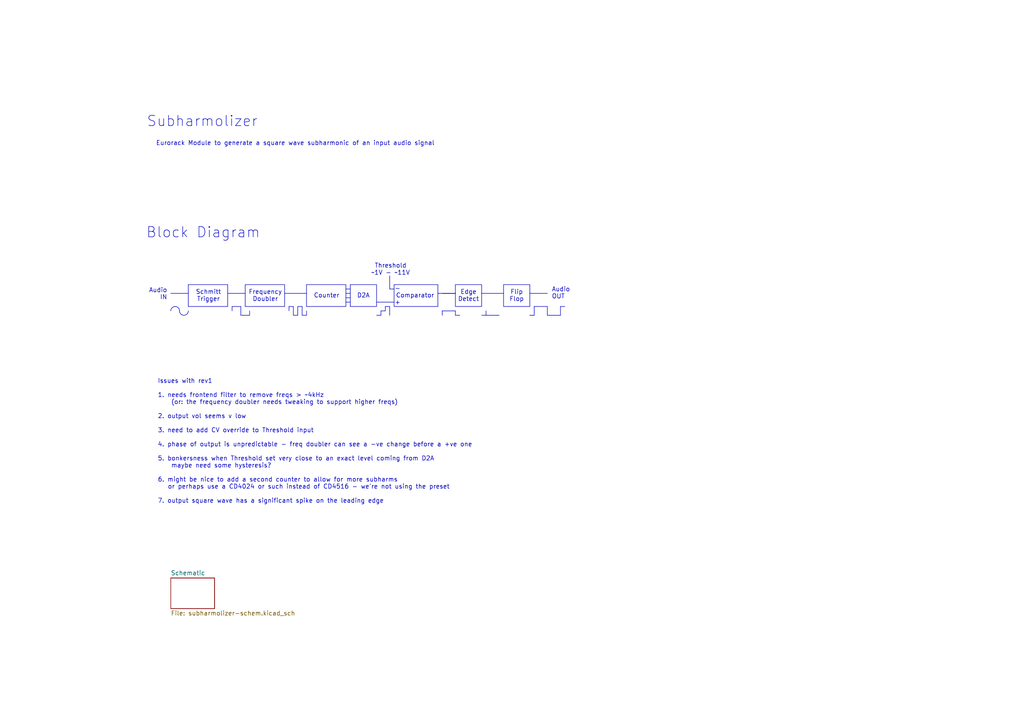
<source format=kicad_sch>
(kicad_sch
	(version 20250114)
	(generator "eeschema")
	(generator_version "9.0")
	(uuid "91a8f1d9-b08b-4cee-bee7-e3a446067852")
	(paper "A4")
	(title_block
		(title "Subharmolizer Overview")
		(date "2025-10-18")
		(rev "3")
		(company "molen, inc.")
	)
	(lib_symbols)
	(rectangle
		(start 54.61 82.55)
		(end 66.04 88.9)
		(stroke
			(width 0)
			(type default)
		)
		(fill
			(type none)
		)
		(uuid 1a080930-10c5-45b5-9252-1f2f0a771dd2)
	)
	(rectangle
		(start 114.3 82.55)
		(end 127 88.9)
		(stroke
			(width 0)
			(type default)
		)
		(fill
			(type none)
		)
		(uuid 225e52f6-f38e-4fa3-9070-ed676ab6033c)
	)
	(arc
		(start 49.53 90.17)
		(mid 49.902 89.272)
		(end 50.8 88.9)
		(stroke
			(width 0)
			(type default)
		)
		(fill
			(type none)
		)
		(uuid 2e033457-b35f-4e8d-b3c5-4943f0e4a014)
	)
	(arc
		(start 54.61 90.17)
		(mid 54.238 91.068)
		(end 53.34 91.44)
		(stroke
			(width 0)
			(type default)
		)
		(fill
			(type none)
		)
		(uuid 83cc2615-6a3a-40a6-887b-30f5afe61d6b)
	)
	(arc
		(start 50.8 88.9)
		(mid 51.698 89.272)
		(end 52.07 90.17)
		(stroke
			(width 0)
			(type default)
		)
		(fill
			(type none)
		)
		(uuid 8af96834-f811-4517-9a8c-acd6c80a99cb)
	)
	(rectangle
		(start 88.9 82.55)
		(end 100.33 88.9)
		(stroke
			(width 0)
			(type default)
		)
		(fill
			(type none)
		)
		(uuid 8b3c69fb-6c7f-4707-bcd9-34669a02168e)
	)
	(rectangle
		(start 146.05 82.55)
		(end 153.67 88.9)
		(stroke
			(width 0)
			(type default)
		)
		(fill
			(type none)
		)
		(uuid ad91669e-4059-4230-b044-cb9d02a53bbf)
	)
	(rectangle
		(start 71.12 82.55)
		(end 82.55 88.9)
		(stroke
			(width 0)
			(type default)
		)
		(fill
			(type none)
		)
		(uuid bb4f9a3b-5b10-45f5-8f63-2dcec17d4ca5)
	)
	(arc
		(start 53.34 91.44)
		(mid 52.442 91.068)
		(end 52.07 90.17)
		(stroke
			(width 0)
			(type default)
		)
		(fill
			(type none)
		)
		(uuid bd894cd4-0b90-4ebe-b9a5-196f2cd2dac9)
	)
	(rectangle
		(start 132.08 82.55)
		(end 139.7 88.9)
		(stroke
			(width 0)
			(type default)
		)
		(fill
			(type none)
		)
		(uuid c1f36017-69d7-4574-9968-b3fa7570768e)
	)
	(rectangle
		(start 101.6 82.55)
		(end 109.22 88.9)
		(stroke
			(width 0)
			(type default)
		)
		(fill
			(type none)
		)
		(uuid e7786bcc-101e-4c00-bb31-bbeb0f6a7b7b)
	)
	(text "Schmitt\nTrigger"
		(exclude_from_sim no)
		(at 60.452 85.852 0)
		(effects
			(font
				(size 1.27 1.27)
			)
		)
		(uuid "09131673-4b38-41d3-bf88-ee0f5d52318a")
	)
	(text "-"
		(exclude_from_sim no)
		(at 115.316 83.82 0)
		(effects
			(font
				(size 1.27 1.27)
			)
		)
		(uuid "0995ae6f-30e2-4d31-aa72-2a7fe0edf415")
	)
	(text "Edge\nDetect"
		(exclude_from_sim no)
		(at 135.89 85.852 0)
		(effects
			(font
				(size 1.27 1.27)
			)
		)
		(uuid "24ae13c6-1438-48ce-8232-aa883a2e53bb")
	)
	(text "Block Diagram"
		(exclude_from_sim no)
		(at 58.928 67.564 0)
		(effects
			(font
				(size 3 3)
			)
		)
		(uuid "3939d5bd-7914-4f3b-89cf-0d172d29e119")
	)
	(text "Flip\nFlop"
		(exclude_from_sim no)
		(at 149.86 85.852 0)
		(effects
			(font
				(size 1.27 1.27)
			)
		)
		(uuid "584d5f3c-3c12-4a90-9b12-ceed5b0c74e9")
	)
	(text "Threshold\n~1V - ~11V"
		(exclude_from_sim no)
		(at 113.284 78.232 0)
		(effects
			(font
				(size 1.27 1.27)
			)
		)
		(uuid "608013a6-83a8-4a46-85a5-bc1cadf47e38")
	)
	(text "Subharmolizer"
		(exclude_from_sim no)
		(at 58.674 35.306 0)
		(effects
			(font
				(size 3 3)
			)
		)
		(uuid "69e97516-2ee1-4a8d-a922-e4c7540da256")
	)
	(text "Audio\nIN"
		(exclude_from_sim no)
		(at 48.514 85.344 0)
		(effects
			(font
				(size 1.27 1.27)
			)
			(justify right)
		)
		(uuid "74ad3b1d-04bd-4446-9d17-5a94a3821bab")
	)
	(text "Issues with rev1\n\n1. needs frontend filter to remove freqs > ~4kHz\n    (or: the frequency doubler needs tweaking to support higher freqs)\n\n2. output vol seems v low\n\n3. need to add CV override to Threshold input\n\n4. phase of output is unpredictable - freq doubler can see a -ve change before a +ve one\n\n5. bonkersness when Threshold set very close to an exact level coming from D2A\n    maybe need some hysteresis?\n\n6. might be nice to add a second counter to allow for more subharms\n   or perhaps use a CD4024 or such instead of CD4516 - we're not using the preset\n\n7. output square wave has a significant spike on the leading edge"
		(exclude_from_sim no)
		(at 45.72 128.016 0)
		(effects
			(font
				(size 1.27 1.27)
			)
			(justify left)
		)
		(uuid "7988ca65-6d10-454b-b696-81572271b33b")
	)
	(text "D2A"
		(exclude_from_sim no)
		(at 105.41 85.852 0)
		(effects
			(font
				(size 1.27 1.27)
			)
		)
		(uuid "879071fa-a100-415a-9ad4-d8c53aa26982")
	)
	(text "+"
		(exclude_from_sim no)
		(at 115.316 87.884 0)
		(effects
			(font
				(size 1.27 1.27)
			)
		)
		(uuid "a4bb9967-8875-459e-bd21-870bd6d6fc03")
	)
	(text "Comparator"
		(exclude_from_sim no)
		(at 120.396 85.852 0)
		(effects
			(font
				(size 1.27 1.27)
			)
		)
		(uuid "da24dd9c-1cda-4a6e-9f96-2be3b9b40e8c")
	)
	(text "Frequency\nDoubler"
		(exclude_from_sim no)
		(at 76.962 85.852 0)
		(effects
			(font
				(size 1.27 1.27)
			)
		)
		(uuid "dccf30b4-186e-4aff-a819-cd7f57f18380")
	)
	(text "Counter"
		(exclude_from_sim no)
		(at 94.742 85.852 0)
		(effects
			(font
				(size 1.27 1.27)
			)
		)
		(uuid "f730c780-5e82-43b3-a3e5-ece99cb9439b")
	)
	(text "Eurorack Module to generate a square wave subharmonic of an input audio signal"
		(exclude_from_sim no)
		(at 45.212 41.656 0)
		(effects
			(font
				(size 1.27 1.27)
			)
			(justify left)
		)
		(uuid "f928e59d-9910-4d4a-b7ed-1d00608d516e")
	)
	(text "Audio\nOUT"
		(exclude_from_sim no)
		(at 160.02 85.09 0)
		(effects
			(font
				(size 1.27 1.27)
			)
			(justify left)
		)
		(uuid "fa8f2f58-8e1b-4203-bb7c-268466e3b398")
	)
	(polyline
		(pts
			(xy 66.04 85.09) (xy 71.12 85.09)
		)
		(stroke
			(width 0)
			(type default)
		)
		(uuid "0068d8c2-897c-4cfd-a60e-9f7a386d1ff7")
	)
	(polyline
		(pts
			(xy 162.56 91.44) (xy 162.56 88.9)
		)
		(stroke
			(width 0)
			(type default)
		)
		(uuid "0bc9f7a8-d82e-473c-82d6-c7fda738b7df")
	)
	(polyline
		(pts
			(xy 87.63 91.44) (xy 88.9 91.44)
		)
		(stroke
			(width 0)
			(type default)
		)
		(uuid "17133cb9-1563-4276-83fd-e41a0e11a292")
	)
	(polyline
		(pts
			(xy 128.27 90.17) (xy 132.08 90.17)
		)
		(stroke
			(width 0)
			(type default)
		)
		(uuid "1d26e4d0-c468-41fc-8d5a-d0320a644851")
	)
	(polyline
		(pts
			(xy 85.09 91.44) (xy 86.36 91.44)
		)
		(stroke
			(width 0)
			(type default)
		)
		(uuid "1e8e4361-e7a8-421b-bde2-360901781487")
	)
	(polyline
		(pts
			(xy 114.3 83.82) (xy 113.03 83.82)
		)
		(stroke
			(width 0)
			(type default)
		)
		(uuid "2c96cb4a-7acf-48ec-9d9c-5c960265087d")
	)
	(polyline
		(pts
			(xy 153.67 91.44) (xy 154.94 91.44)
		)
		(stroke
			(width 0)
			(type default)
		)
		(uuid "359520f1-2a21-45af-8021-b8693055cf2d")
	)
	(polyline
		(pts
			(xy 100.33 87.63) (xy 101.6 87.63)
		)
		(stroke
			(width 0)
			(type default)
		)
		(uuid "37a8c603-f53e-4987-98bb-ee779dc8e20d")
	)
	(polyline
		(pts
			(xy 67.31 88.9) (xy 69.85 88.9)
		)
		(stroke
			(width 0)
			(type default)
		)
		(uuid "39c0dcc4-3f33-43c6-91e6-03d76489ad6f")
	)
	(polyline
		(pts
			(xy 109.22 91.44) (xy 110.49 91.44)
		)
		(stroke
			(width 0)
			(type default)
		)
		(uuid "454ca975-53ea-45ab-a1be-7370f62ed4af")
	)
	(polyline
		(pts
			(xy 132.08 91.44) (xy 133.35 91.44)
		)
		(stroke
			(width 0)
			(type default)
		)
		(uuid "5757dde0-7123-4054-b08b-44223b889023")
	)
	(polyline
		(pts
			(xy 153.67 85.09) (xy 158.75 85.09)
		)
		(stroke
			(width 0)
			(type default)
		)
		(uuid "6763b438-6a6f-46dc-b02e-a46f3962b8f5")
	)
	(polyline
		(pts
			(xy 154.94 91.44) (xy 154.94 88.9)
		)
		(stroke
			(width 0)
			(type default)
		)
		(uuid "6b431e68-9f70-4edf-bb60-156318ad59c6")
	)
	(polyline
		(pts
			(xy 87.63 88.9) (xy 87.63 91.44)
		)
		(stroke
			(width 0)
			(type default)
		)
		(uuid "7227306f-6333-433a-b3e3-4b7e10755e06")
	)
	(polyline
		(pts
			(xy 85.09 88.9) (xy 85.09 91.44)
		)
		(stroke
			(width 0)
			(type default)
		)
		(uuid "74b4300a-5c22-4524-aeec-9fe76f830df4")
	)
	(polyline
		(pts
			(xy 88.9 90.17) (xy 88.9 91.44)
		)
		(stroke
			(width 0)
			(type default)
		)
		(uuid "75230e4f-439f-4ee1-b5b6-5a8107b4ef41")
	)
	(polyline
		(pts
			(xy 139.7 85.09) (xy 146.05 85.09)
		)
		(stroke
			(width 0)
			(type default)
		)
		(uuid "7953817d-fbda-48a3-ab50-8bf9436e7ba9")
	)
	(polyline
		(pts
			(xy 110.49 91.44) (xy 110.49 90.17)
		)
		(stroke
			(width 0)
			(type default)
		)
		(uuid "7a016824-11f7-46d6-b778-3770db800c2f")
	)
	(polyline
		(pts
			(xy 69.85 88.9) (xy 69.85 91.44)
		)
		(stroke
			(width 0)
			(type default)
		)
		(uuid "7a50cdb4-5a89-431f-8f1b-6d77609cb286")
	)
	(polyline
		(pts
			(xy 82.55 85.09) (xy 88.9 85.09)
		)
		(stroke
			(width 0)
			(type default)
		)
		(uuid "8432b471-017e-4250-b891-1bc2f1074941")
	)
	(polyline
		(pts
			(xy 100.33 83.82) (xy 101.6 83.82)
		)
		(stroke
			(width 0)
			(type default)
		)
		(uuid "86ff17de-7278-4260-b47d-59d96ba7a44a")
	)
	(polyline
		(pts
			(xy 111.76 90.17) (xy 111.76 88.9)
		)
		(stroke
			(width 0)
			(type default)
		)
		(uuid "8c2bf1af-ce26-43a5-86f3-36678f7db0c6")
	)
	(polyline
		(pts
			(xy 153.67 91.44) (xy 154.94 91.44)
		)
		(stroke
			(width 0)
			(type default)
		)
		(uuid "8e79bd0a-32b2-4297-a200-51b6086e2e01")
	)
	(polyline
		(pts
			(xy 127 85.09) (xy 132.08 85.09)
		)
		(stroke
			(width 0)
			(type default)
		)
		(uuid "8f920ded-c98b-47b9-aeb3-49b8155c3743")
	)
	(polyline
		(pts
			(xy 128.27 91.44) (xy 128.27 90.17)
		)
		(stroke
			(width 0)
			(type default)
		)
		(uuid "90ad24fd-873c-441f-9715-0ee59ab97783")
	)
	(polyline
		(pts
			(xy 69.85 91.44) (xy 72.39 91.44)
		)
		(stroke
			(width 0)
			(type default)
		)
		(uuid "93924ceb-f573-4d8a-a534-5c194680446b")
	)
	(polyline
		(pts
			(xy 86.36 91.44) (xy 86.36 88.9)
		)
		(stroke
			(width 0)
			(type default)
		)
		(uuid "95f1261c-fa2e-4ac0-b140-aa2765f86ded")
	)
	(polyline
		(pts
			(xy 67.31 90.17) (xy 67.31 88.9)
		)
		(stroke
			(width 0)
			(type default)
		)
		(uuid "96632927-d16f-4314-a9d4-5d3746159ff4")
	)
	(polyline
		(pts
			(xy 113.03 88.9) (xy 113.03 91.44)
		)
		(stroke
			(width 0)
			(type default)
		)
		(uuid "9be00c7d-bd98-4e11-99c3-fce9a1d85c81")
	)
	(polyline
		(pts
			(xy 49.53 85.09) (xy 54.61 85.09)
		)
		(stroke
			(width 0)
			(type default)
		)
		(uuid "aecb4e70-fa74-4ab0-944e-4ba32504431f")
	)
	(polyline
		(pts
			(xy 154.94 88.9) (xy 158.75 88.9)
		)
		(stroke
			(width 0)
			(type default)
		)
		(uuid "b51988b9-b145-4b21-bd28-680051330469")
	)
	(polyline
		(pts
			(xy 139.7 91.44) (xy 140.97 91.44)
		)
		(stroke
			(width 0)
			(type default)
		)
		(uuid "ba379de5-3e71-4e48-a963-3ffe132e8507")
	)
	(polyline
		(pts
			(xy 132.08 90.17) (xy 132.08 91.44)
		)
		(stroke
			(width 0)
			(type default)
		)
		(uuid "ba95dbee-5cb3-42fd-93fd-c603cbe2b07a")
	)
	(polyline
		(pts
			(xy 158.75 91.44) (xy 162.56 91.44)
		)
		(stroke
			(width 0)
			(type default)
		)
		(uuid "c2b76633-2bc6-4b4f-962e-8ef57a500437")
	)
	(polyline
		(pts
			(xy 83.82 90.17) (xy 83.82 88.9)
		)
		(stroke
			(width 0)
			(type default)
		)
		(uuid "cc6b08fe-edae-4c11-8de1-625a08947f0f")
	)
	(polyline
		(pts
			(xy 86.36 88.9) (xy 87.63 88.9)
		)
		(stroke
			(width 0)
			(type default)
		)
		(uuid "d045f395-433e-4330-9bb0-8239db00e771")
	)
	(polyline
		(pts
			(xy 110.49 90.17) (xy 111.76 90.17)
		)
		(stroke
			(width 0)
			(type default)
		)
		(uuid "d405bae8-8b00-4564-af77-435c5b910e26")
	)
	(polyline
		(pts
			(xy 83.82 88.9) (xy 85.09 88.9)
		)
		(stroke
			(width 0)
			(type default)
		)
		(uuid "d8c0f584-9ea2-44dc-9bca-73e43fe9f57f")
	)
	(polyline
		(pts
			(xy 140.97 91.44) (xy 144.78 91.44)
		)
		(stroke
			(width 0)
			(type default)
		)
		(uuid "d9bd47d9-880f-42f4-ad6c-45cee2c976cf")
	)
	(polyline
		(pts
			(xy 140.97 90.17) (xy 140.97 91.44)
		)
		(stroke
			(width 0)
			(type default)
		)
		(uuid "dc3a5abe-ac0e-472e-811c-33b5678e38ab")
	)
	(polyline
		(pts
			(xy 153.67 91.44) (xy 154.94 91.44)
		)
		(stroke
			(width 0)
			(type default)
		)
		(uuid "de2a2b3e-a6e8-4a9b-8a42-0f879eb96a91")
	)
	(polyline
		(pts
			(xy 158.75 88.9) (xy 158.75 91.44)
		)
		(stroke
			(width 0)
			(type default)
		)
		(uuid "def9dd58-7eb6-4e51-bfa5-2c8755938c2f")
	)
	(polyline
		(pts
			(xy 100.33 86.36) (xy 101.6 86.36)
		)
		(stroke
			(width 0)
			(type default)
		)
		(uuid "e0eaedd9-64c2-4d66-a6c2-8881fc4f98a0")
	)
	(polyline
		(pts
			(xy 111.76 88.9) (xy 113.03 88.9)
		)
		(stroke
			(width 0)
			(type default)
		)
		(uuid "e3b50896-751a-4031-8f9c-1cbb8aac6287")
	)
	(polyline
		(pts
			(xy 100.33 85.09) (xy 101.6 85.09)
		)
		(stroke
			(width 0)
			(type default)
		)
		(uuid "e720c693-10c3-4e2b-b373-a98c52174fd0")
	)
	(polyline
		(pts
			(xy 113.03 80.01) (xy 113.03 83.82)
		)
		(stroke
			(width 0)
			(type default)
		)
		(uuid "e9ba25a6-0ccc-488f-8226-3cfd8b754bbf")
	)
	(polyline
		(pts
			(xy 128.27 85.09) (xy 132.08 85.09)
		)
		(stroke
			(width 0)
			(type default)
		)
		(uuid "ebbd26a9-ed45-459d-8e19-f8122f44d0ed")
	)
	(polyline
		(pts
			(xy 72.39 90.17) (xy 72.39 91.44)
		)
		(stroke
			(width 0)
			(type default)
		)
		(uuid "edae0c1a-9a0a-41ad-b2d5-965514ff75eb")
	)
	(polyline
		(pts
			(xy 109.22 87.63) (xy 114.3 87.63)
		)
		(stroke
			(width 0)
			(type default)
		)
		(uuid "eddb2410-384b-4665-8c3a-f8b2eee0dcce")
	)
	(polyline
		(pts
			(xy 162.56 88.9) (xy 163.83 88.9)
		)
		(stroke
			(width 0)
			(type default)
		)
		(uuid "f44b9dc8-3505-4ed9-a2dc-f76968bcacc1")
	)
	(sheet
		(at 49.53 167.64)
		(size 12.7 8.89)
		(exclude_from_sim no)
		(in_bom yes)
		(on_board yes)
		(dnp no)
		(fields_autoplaced yes)
		(stroke
			(width 0.1524)
			(type solid)
		)
		(fill
			(color 0 0 0 0.0000)
		)
		(uuid "4d188384-7bc4-4e23-b33c-06084499eb68")
		(property "Sheetname" "Schematic"
			(at 49.53 166.9284 0)
			(effects
				(font
					(size 1.27 1.27)
				)
				(justify left bottom)
			)
		)
		(property "Sheetfile" "subharmolizer-schem.kicad_sch"
			(at 49.53 177.1146 0)
			(effects
				(font
					(size 1.27 1.27)
				)
				(justify left top)
			)
		)
		(instances
			(project "subharmolizer-rev3"
				(path "/91a8f1d9-b08b-4cee-bee7-e3a446067852"
					(page "2")
				)
			)
		)
	)
	(sheet_instances
		(path "/"
			(page "1")
		)
	)
	(embedded_fonts no)
)

</source>
